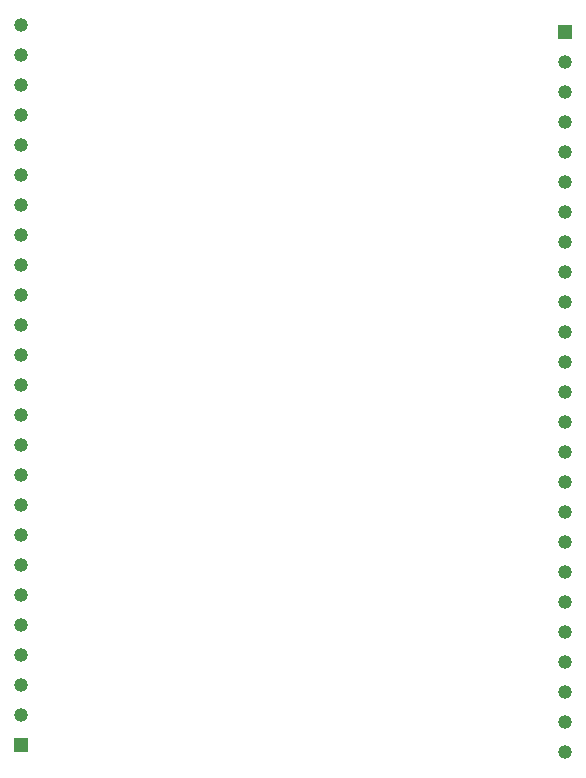
<source format=gbr>
G04*
G04 #@! TF.GenerationSoftware,Altium Limited,Altium Designer,25.4.2 (15)*
G04*
G04 Layer_Color=16711935*
%FSLAX44Y44*%
%MOMM*%
G71*
G04*
G04 #@! TF.SameCoordinates,7CC7F18F-E7B3-4B97-A1FD-F02243D0E875*
G04*
G04*
G04 #@! TF.FilePolarity,Negative*
G04*
G01*
G75*
%ADD18C,1.1882*%
%ADD19R,1.1882X1.1882*%
D18*
X480060Y19050D02*
D03*
Y44450D02*
D03*
Y69850D02*
D03*
Y95250D02*
D03*
Y120650D02*
D03*
Y146050D02*
D03*
Y171450D02*
D03*
Y196850D02*
D03*
Y222250D02*
D03*
Y247650D02*
D03*
Y273050D02*
D03*
Y298450D02*
D03*
Y323850D02*
D03*
Y349250D02*
D03*
Y374650D02*
D03*
Y400050D02*
D03*
Y425450D02*
D03*
Y450850D02*
D03*
Y476250D02*
D03*
Y501650D02*
D03*
Y527050D02*
D03*
Y552450D02*
D03*
Y577850D02*
D03*
Y603250D02*
D03*
X19050Y635000D02*
D03*
Y609600D02*
D03*
Y584200D02*
D03*
Y558800D02*
D03*
Y533400D02*
D03*
Y508000D02*
D03*
Y482600D02*
D03*
Y457200D02*
D03*
Y431800D02*
D03*
Y406400D02*
D03*
Y381000D02*
D03*
Y355600D02*
D03*
Y330200D02*
D03*
Y304800D02*
D03*
Y279400D02*
D03*
Y254000D02*
D03*
Y228600D02*
D03*
Y203200D02*
D03*
Y177800D02*
D03*
Y152400D02*
D03*
Y127000D02*
D03*
Y101600D02*
D03*
Y76200D02*
D03*
Y50800D02*
D03*
D19*
X480060Y628650D02*
D03*
X19050Y25400D02*
D03*
M02*

</source>
